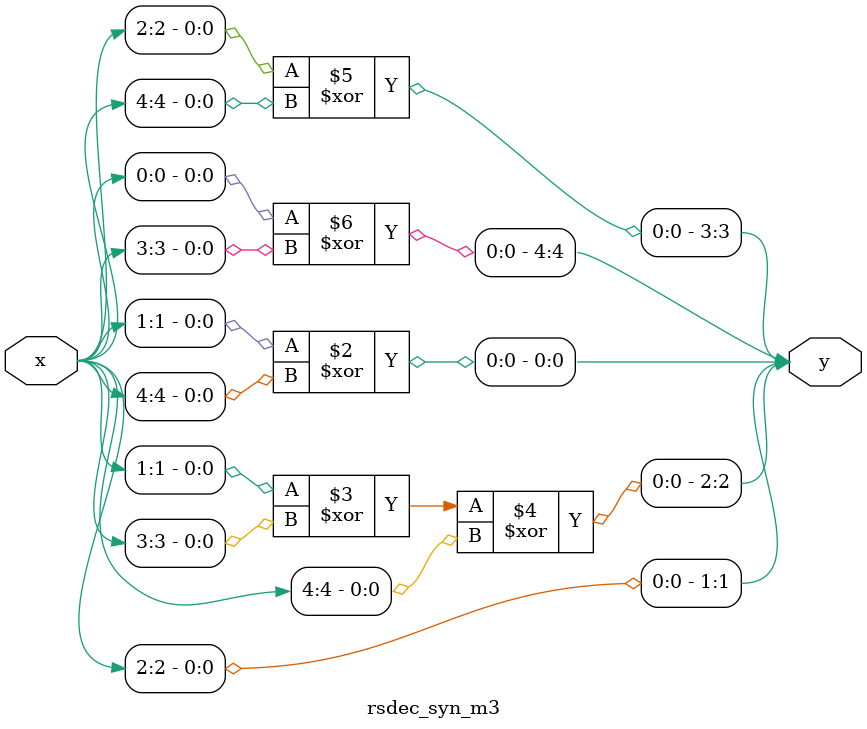
<source format=v>
module rsdec_syn_m3 (y, x);
	input [4:0] x;
	output [4:0] y;
	reg [4:0] y;
	always @ (x)
	begin
		y[0] = x[1] ^ x[4];
		y[1] = x[2];
		y[2] = x[1] ^ x[3] ^ x[4];
		y[3] = x[2] ^ x[4];
		y[4] = x[0] ^ x[3];
	end
endmodule
</source>
